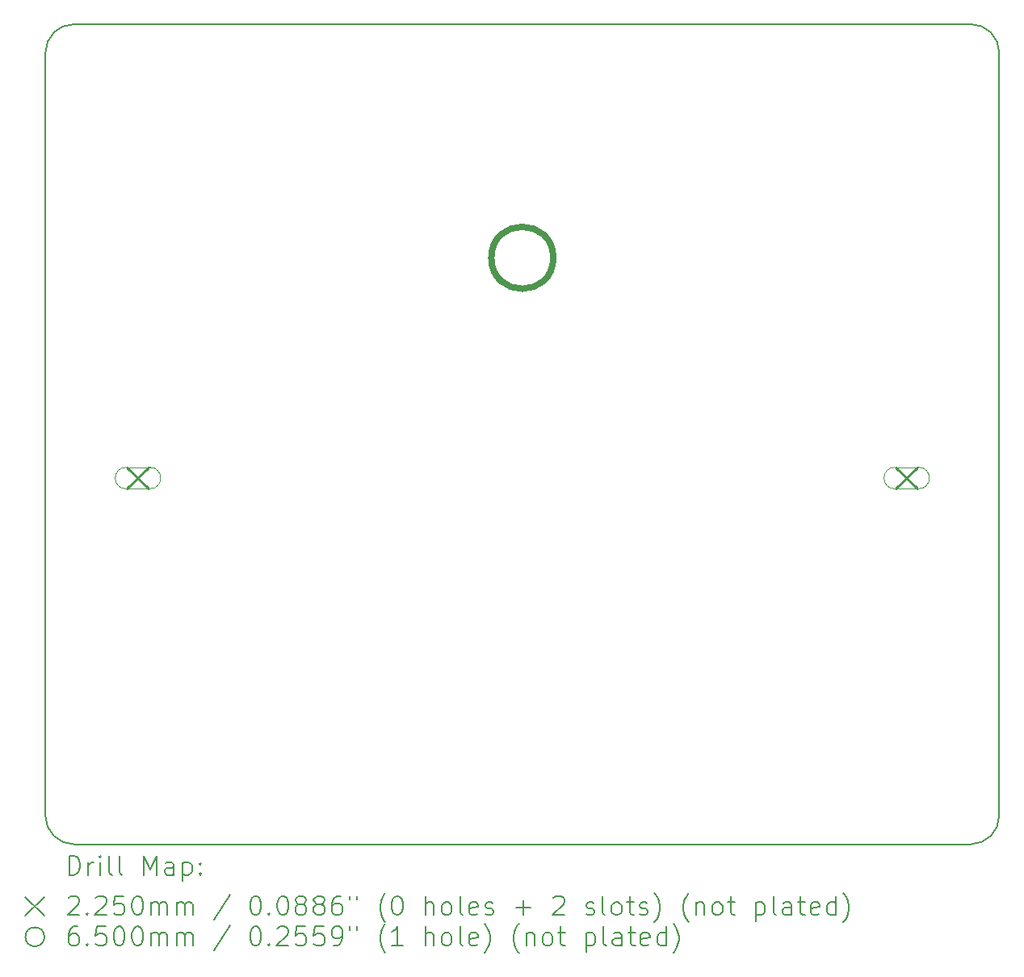
<source format=gbr>
%TF.GenerationSoftware,KiCad,Pcbnew,9.0.1-9.0.1-0~ubuntu22.04.1*%
%TF.CreationDate,2025-04-10T12:53:55-07:00*%
%TF.ProjectId,kicad_port,6b696361-645f-4706-9f72-742e6b696361,rev?*%
%TF.SameCoordinates,Original*%
%TF.FileFunction,Drillmap*%
%TF.FilePolarity,Positive*%
%FSLAX45Y45*%
G04 Gerber Fmt 4.5, Leading zero omitted, Abs format (unit mm)*
G04 Created by KiCad (PCBNEW 9.0.1-9.0.1-0~ubuntu22.04.1) date 2025-04-10 12:53:55*
%MOMM*%
%LPD*%
G01*
G04 APERTURE LIST*
%ADD10C,0.200000*%
%ADD11C,0.225000*%
%ADD12C,0.100000*%
%ADD13C,0.650000*%
G04 APERTURE END LIST*
D10*
X10300000Y-13600000D02*
G75*
G02*
X10000000Y-13300000I0J300000D01*
G01*
X19700000Y-5000000D02*
G75*
G02*
X20000000Y-5300000I0J-300000D01*
G01*
X20000000Y-13300000D02*
G75*
G02*
X19700000Y-13600000I-300000J0D01*
G01*
X10000000Y-5300000D02*
G75*
G02*
X10300000Y-5000000I300000J0D01*
G01*
X10300000Y-13600000D02*
X19700000Y-13600000D01*
X19700000Y-5000000D02*
X10300000Y-5000000D01*
X20000000Y-13300000D02*
X20000000Y-5300000D01*
X10000000Y-13300000D02*
X10000000Y-5300000D01*
D11*
X10857500Y-9647500D02*
X11082500Y-9872500D01*
X11082500Y-9647500D02*
X10857500Y-9872500D01*
D12*
X10845000Y-9872500D02*
X11095000Y-9872500D01*
X11095000Y-9647500D02*
G75*
G02*
X11095000Y-9872500I0J-112500D01*
G01*
X11095000Y-9647500D02*
X10845000Y-9647500D01*
X10845000Y-9647500D02*
G75*
G03*
X10845000Y-9872500I0J-112500D01*
G01*
D11*
X18917500Y-9647500D02*
X19142500Y-9872500D01*
X19142500Y-9647500D02*
X18917500Y-9872500D01*
D12*
X18905000Y-9872500D02*
X19155000Y-9872500D01*
X19155000Y-9647500D02*
G75*
G02*
X19155000Y-9872500I0J-112500D01*
G01*
X19155000Y-9647500D02*
X18905000Y-9647500D01*
X18905000Y-9647500D02*
G75*
G03*
X18905000Y-9872500I0J-112500D01*
G01*
D13*
X15325000Y-7450000D02*
G75*
G02*
X14675000Y-7450000I-325000J0D01*
G01*
X14675000Y-7450000D02*
G75*
G02*
X15325000Y-7450000I325000J0D01*
G01*
D10*
X10250777Y-13921484D02*
X10250777Y-13721484D01*
X10250777Y-13721484D02*
X10298396Y-13721484D01*
X10298396Y-13721484D02*
X10326967Y-13731008D01*
X10326967Y-13731008D02*
X10346015Y-13750055D01*
X10346015Y-13750055D02*
X10355539Y-13769103D01*
X10355539Y-13769103D02*
X10365063Y-13807198D01*
X10365063Y-13807198D02*
X10365063Y-13835769D01*
X10365063Y-13835769D02*
X10355539Y-13873865D01*
X10355539Y-13873865D02*
X10346015Y-13892912D01*
X10346015Y-13892912D02*
X10326967Y-13911960D01*
X10326967Y-13911960D02*
X10298396Y-13921484D01*
X10298396Y-13921484D02*
X10250777Y-13921484D01*
X10450777Y-13921484D02*
X10450777Y-13788150D01*
X10450777Y-13826246D02*
X10460301Y-13807198D01*
X10460301Y-13807198D02*
X10469824Y-13797674D01*
X10469824Y-13797674D02*
X10488872Y-13788150D01*
X10488872Y-13788150D02*
X10507920Y-13788150D01*
X10574586Y-13921484D02*
X10574586Y-13788150D01*
X10574586Y-13721484D02*
X10565063Y-13731008D01*
X10565063Y-13731008D02*
X10574586Y-13740531D01*
X10574586Y-13740531D02*
X10584110Y-13731008D01*
X10584110Y-13731008D02*
X10574586Y-13721484D01*
X10574586Y-13721484D02*
X10574586Y-13740531D01*
X10698396Y-13921484D02*
X10679348Y-13911960D01*
X10679348Y-13911960D02*
X10669824Y-13892912D01*
X10669824Y-13892912D02*
X10669824Y-13721484D01*
X10803158Y-13921484D02*
X10784110Y-13911960D01*
X10784110Y-13911960D02*
X10774586Y-13892912D01*
X10774586Y-13892912D02*
X10774586Y-13721484D01*
X11031729Y-13921484D02*
X11031729Y-13721484D01*
X11031729Y-13721484D02*
X11098396Y-13864341D01*
X11098396Y-13864341D02*
X11165063Y-13721484D01*
X11165063Y-13721484D02*
X11165063Y-13921484D01*
X11346015Y-13921484D02*
X11346015Y-13816722D01*
X11346015Y-13816722D02*
X11336491Y-13797674D01*
X11336491Y-13797674D02*
X11317443Y-13788150D01*
X11317443Y-13788150D02*
X11279348Y-13788150D01*
X11279348Y-13788150D02*
X11260301Y-13797674D01*
X11346015Y-13911960D02*
X11326967Y-13921484D01*
X11326967Y-13921484D02*
X11279348Y-13921484D01*
X11279348Y-13921484D02*
X11260301Y-13911960D01*
X11260301Y-13911960D02*
X11250777Y-13892912D01*
X11250777Y-13892912D02*
X11250777Y-13873865D01*
X11250777Y-13873865D02*
X11260301Y-13854817D01*
X11260301Y-13854817D02*
X11279348Y-13845293D01*
X11279348Y-13845293D02*
X11326967Y-13845293D01*
X11326967Y-13845293D02*
X11346015Y-13835769D01*
X11441253Y-13788150D02*
X11441253Y-13988150D01*
X11441253Y-13797674D02*
X11460301Y-13788150D01*
X11460301Y-13788150D02*
X11498396Y-13788150D01*
X11498396Y-13788150D02*
X11517443Y-13797674D01*
X11517443Y-13797674D02*
X11526967Y-13807198D01*
X11526967Y-13807198D02*
X11536491Y-13826246D01*
X11536491Y-13826246D02*
X11536491Y-13883388D01*
X11536491Y-13883388D02*
X11526967Y-13902436D01*
X11526967Y-13902436D02*
X11517443Y-13911960D01*
X11517443Y-13911960D02*
X11498396Y-13921484D01*
X11498396Y-13921484D02*
X11460301Y-13921484D01*
X11460301Y-13921484D02*
X11441253Y-13911960D01*
X11622205Y-13902436D02*
X11631729Y-13911960D01*
X11631729Y-13911960D02*
X11622205Y-13921484D01*
X11622205Y-13921484D02*
X11612682Y-13911960D01*
X11612682Y-13911960D02*
X11622205Y-13902436D01*
X11622205Y-13902436D02*
X11622205Y-13921484D01*
X11622205Y-13797674D02*
X11631729Y-13807198D01*
X11631729Y-13807198D02*
X11622205Y-13816722D01*
X11622205Y-13816722D02*
X11612682Y-13807198D01*
X11612682Y-13807198D02*
X11622205Y-13797674D01*
X11622205Y-13797674D02*
X11622205Y-13816722D01*
X9790000Y-14150000D02*
X9990000Y-14350000D01*
X9990000Y-14150000D02*
X9790000Y-14350000D01*
X10241253Y-14160531D02*
X10250777Y-14151008D01*
X10250777Y-14151008D02*
X10269824Y-14141484D01*
X10269824Y-14141484D02*
X10317444Y-14141484D01*
X10317444Y-14141484D02*
X10336491Y-14151008D01*
X10336491Y-14151008D02*
X10346015Y-14160531D01*
X10346015Y-14160531D02*
X10355539Y-14179579D01*
X10355539Y-14179579D02*
X10355539Y-14198627D01*
X10355539Y-14198627D02*
X10346015Y-14227198D01*
X10346015Y-14227198D02*
X10231729Y-14341484D01*
X10231729Y-14341484D02*
X10355539Y-14341484D01*
X10441253Y-14322436D02*
X10450777Y-14331960D01*
X10450777Y-14331960D02*
X10441253Y-14341484D01*
X10441253Y-14341484D02*
X10431729Y-14331960D01*
X10431729Y-14331960D02*
X10441253Y-14322436D01*
X10441253Y-14322436D02*
X10441253Y-14341484D01*
X10526967Y-14160531D02*
X10536491Y-14151008D01*
X10536491Y-14151008D02*
X10555539Y-14141484D01*
X10555539Y-14141484D02*
X10603158Y-14141484D01*
X10603158Y-14141484D02*
X10622205Y-14151008D01*
X10622205Y-14151008D02*
X10631729Y-14160531D01*
X10631729Y-14160531D02*
X10641253Y-14179579D01*
X10641253Y-14179579D02*
X10641253Y-14198627D01*
X10641253Y-14198627D02*
X10631729Y-14227198D01*
X10631729Y-14227198D02*
X10517444Y-14341484D01*
X10517444Y-14341484D02*
X10641253Y-14341484D01*
X10822205Y-14141484D02*
X10726967Y-14141484D01*
X10726967Y-14141484D02*
X10717444Y-14236722D01*
X10717444Y-14236722D02*
X10726967Y-14227198D01*
X10726967Y-14227198D02*
X10746015Y-14217674D01*
X10746015Y-14217674D02*
X10793634Y-14217674D01*
X10793634Y-14217674D02*
X10812682Y-14227198D01*
X10812682Y-14227198D02*
X10822205Y-14236722D01*
X10822205Y-14236722D02*
X10831729Y-14255769D01*
X10831729Y-14255769D02*
X10831729Y-14303388D01*
X10831729Y-14303388D02*
X10822205Y-14322436D01*
X10822205Y-14322436D02*
X10812682Y-14331960D01*
X10812682Y-14331960D02*
X10793634Y-14341484D01*
X10793634Y-14341484D02*
X10746015Y-14341484D01*
X10746015Y-14341484D02*
X10726967Y-14331960D01*
X10726967Y-14331960D02*
X10717444Y-14322436D01*
X10955539Y-14141484D02*
X10974586Y-14141484D01*
X10974586Y-14141484D02*
X10993634Y-14151008D01*
X10993634Y-14151008D02*
X11003158Y-14160531D01*
X11003158Y-14160531D02*
X11012682Y-14179579D01*
X11012682Y-14179579D02*
X11022205Y-14217674D01*
X11022205Y-14217674D02*
X11022205Y-14265293D01*
X11022205Y-14265293D02*
X11012682Y-14303388D01*
X11012682Y-14303388D02*
X11003158Y-14322436D01*
X11003158Y-14322436D02*
X10993634Y-14331960D01*
X10993634Y-14331960D02*
X10974586Y-14341484D01*
X10974586Y-14341484D02*
X10955539Y-14341484D01*
X10955539Y-14341484D02*
X10936491Y-14331960D01*
X10936491Y-14331960D02*
X10926967Y-14322436D01*
X10926967Y-14322436D02*
X10917444Y-14303388D01*
X10917444Y-14303388D02*
X10907920Y-14265293D01*
X10907920Y-14265293D02*
X10907920Y-14217674D01*
X10907920Y-14217674D02*
X10917444Y-14179579D01*
X10917444Y-14179579D02*
X10926967Y-14160531D01*
X10926967Y-14160531D02*
X10936491Y-14151008D01*
X10936491Y-14151008D02*
X10955539Y-14141484D01*
X11107920Y-14341484D02*
X11107920Y-14208150D01*
X11107920Y-14227198D02*
X11117444Y-14217674D01*
X11117444Y-14217674D02*
X11136491Y-14208150D01*
X11136491Y-14208150D02*
X11165063Y-14208150D01*
X11165063Y-14208150D02*
X11184110Y-14217674D01*
X11184110Y-14217674D02*
X11193634Y-14236722D01*
X11193634Y-14236722D02*
X11193634Y-14341484D01*
X11193634Y-14236722D02*
X11203158Y-14217674D01*
X11203158Y-14217674D02*
X11222205Y-14208150D01*
X11222205Y-14208150D02*
X11250777Y-14208150D01*
X11250777Y-14208150D02*
X11269824Y-14217674D01*
X11269824Y-14217674D02*
X11279348Y-14236722D01*
X11279348Y-14236722D02*
X11279348Y-14341484D01*
X11374586Y-14341484D02*
X11374586Y-14208150D01*
X11374586Y-14227198D02*
X11384110Y-14217674D01*
X11384110Y-14217674D02*
X11403158Y-14208150D01*
X11403158Y-14208150D02*
X11431729Y-14208150D01*
X11431729Y-14208150D02*
X11450777Y-14217674D01*
X11450777Y-14217674D02*
X11460301Y-14236722D01*
X11460301Y-14236722D02*
X11460301Y-14341484D01*
X11460301Y-14236722D02*
X11469824Y-14217674D01*
X11469824Y-14217674D02*
X11488872Y-14208150D01*
X11488872Y-14208150D02*
X11517443Y-14208150D01*
X11517443Y-14208150D02*
X11536491Y-14217674D01*
X11536491Y-14217674D02*
X11546015Y-14236722D01*
X11546015Y-14236722D02*
X11546015Y-14341484D01*
X11936491Y-14131960D02*
X11765063Y-14389103D01*
X12193634Y-14141484D02*
X12212682Y-14141484D01*
X12212682Y-14141484D02*
X12231729Y-14151008D01*
X12231729Y-14151008D02*
X12241253Y-14160531D01*
X12241253Y-14160531D02*
X12250777Y-14179579D01*
X12250777Y-14179579D02*
X12260301Y-14217674D01*
X12260301Y-14217674D02*
X12260301Y-14265293D01*
X12260301Y-14265293D02*
X12250777Y-14303388D01*
X12250777Y-14303388D02*
X12241253Y-14322436D01*
X12241253Y-14322436D02*
X12231729Y-14331960D01*
X12231729Y-14331960D02*
X12212682Y-14341484D01*
X12212682Y-14341484D02*
X12193634Y-14341484D01*
X12193634Y-14341484D02*
X12174586Y-14331960D01*
X12174586Y-14331960D02*
X12165063Y-14322436D01*
X12165063Y-14322436D02*
X12155539Y-14303388D01*
X12155539Y-14303388D02*
X12146015Y-14265293D01*
X12146015Y-14265293D02*
X12146015Y-14217674D01*
X12146015Y-14217674D02*
X12155539Y-14179579D01*
X12155539Y-14179579D02*
X12165063Y-14160531D01*
X12165063Y-14160531D02*
X12174586Y-14151008D01*
X12174586Y-14151008D02*
X12193634Y-14141484D01*
X12346015Y-14322436D02*
X12355539Y-14331960D01*
X12355539Y-14331960D02*
X12346015Y-14341484D01*
X12346015Y-14341484D02*
X12336491Y-14331960D01*
X12336491Y-14331960D02*
X12346015Y-14322436D01*
X12346015Y-14322436D02*
X12346015Y-14341484D01*
X12479348Y-14141484D02*
X12498396Y-14141484D01*
X12498396Y-14141484D02*
X12517444Y-14151008D01*
X12517444Y-14151008D02*
X12526967Y-14160531D01*
X12526967Y-14160531D02*
X12536491Y-14179579D01*
X12536491Y-14179579D02*
X12546015Y-14217674D01*
X12546015Y-14217674D02*
X12546015Y-14265293D01*
X12546015Y-14265293D02*
X12536491Y-14303388D01*
X12536491Y-14303388D02*
X12526967Y-14322436D01*
X12526967Y-14322436D02*
X12517444Y-14331960D01*
X12517444Y-14331960D02*
X12498396Y-14341484D01*
X12498396Y-14341484D02*
X12479348Y-14341484D01*
X12479348Y-14341484D02*
X12460301Y-14331960D01*
X12460301Y-14331960D02*
X12450777Y-14322436D01*
X12450777Y-14322436D02*
X12441253Y-14303388D01*
X12441253Y-14303388D02*
X12431729Y-14265293D01*
X12431729Y-14265293D02*
X12431729Y-14217674D01*
X12431729Y-14217674D02*
X12441253Y-14179579D01*
X12441253Y-14179579D02*
X12450777Y-14160531D01*
X12450777Y-14160531D02*
X12460301Y-14151008D01*
X12460301Y-14151008D02*
X12479348Y-14141484D01*
X12660301Y-14227198D02*
X12641253Y-14217674D01*
X12641253Y-14217674D02*
X12631729Y-14208150D01*
X12631729Y-14208150D02*
X12622206Y-14189103D01*
X12622206Y-14189103D02*
X12622206Y-14179579D01*
X12622206Y-14179579D02*
X12631729Y-14160531D01*
X12631729Y-14160531D02*
X12641253Y-14151008D01*
X12641253Y-14151008D02*
X12660301Y-14141484D01*
X12660301Y-14141484D02*
X12698396Y-14141484D01*
X12698396Y-14141484D02*
X12717444Y-14151008D01*
X12717444Y-14151008D02*
X12726967Y-14160531D01*
X12726967Y-14160531D02*
X12736491Y-14179579D01*
X12736491Y-14179579D02*
X12736491Y-14189103D01*
X12736491Y-14189103D02*
X12726967Y-14208150D01*
X12726967Y-14208150D02*
X12717444Y-14217674D01*
X12717444Y-14217674D02*
X12698396Y-14227198D01*
X12698396Y-14227198D02*
X12660301Y-14227198D01*
X12660301Y-14227198D02*
X12641253Y-14236722D01*
X12641253Y-14236722D02*
X12631729Y-14246246D01*
X12631729Y-14246246D02*
X12622206Y-14265293D01*
X12622206Y-14265293D02*
X12622206Y-14303388D01*
X12622206Y-14303388D02*
X12631729Y-14322436D01*
X12631729Y-14322436D02*
X12641253Y-14331960D01*
X12641253Y-14331960D02*
X12660301Y-14341484D01*
X12660301Y-14341484D02*
X12698396Y-14341484D01*
X12698396Y-14341484D02*
X12717444Y-14331960D01*
X12717444Y-14331960D02*
X12726967Y-14322436D01*
X12726967Y-14322436D02*
X12736491Y-14303388D01*
X12736491Y-14303388D02*
X12736491Y-14265293D01*
X12736491Y-14265293D02*
X12726967Y-14246246D01*
X12726967Y-14246246D02*
X12717444Y-14236722D01*
X12717444Y-14236722D02*
X12698396Y-14227198D01*
X12850777Y-14227198D02*
X12831729Y-14217674D01*
X12831729Y-14217674D02*
X12822206Y-14208150D01*
X12822206Y-14208150D02*
X12812682Y-14189103D01*
X12812682Y-14189103D02*
X12812682Y-14179579D01*
X12812682Y-14179579D02*
X12822206Y-14160531D01*
X12822206Y-14160531D02*
X12831729Y-14151008D01*
X12831729Y-14151008D02*
X12850777Y-14141484D01*
X12850777Y-14141484D02*
X12888872Y-14141484D01*
X12888872Y-14141484D02*
X12907920Y-14151008D01*
X12907920Y-14151008D02*
X12917444Y-14160531D01*
X12917444Y-14160531D02*
X12926967Y-14179579D01*
X12926967Y-14179579D02*
X12926967Y-14189103D01*
X12926967Y-14189103D02*
X12917444Y-14208150D01*
X12917444Y-14208150D02*
X12907920Y-14217674D01*
X12907920Y-14217674D02*
X12888872Y-14227198D01*
X12888872Y-14227198D02*
X12850777Y-14227198D01*
X12850777Y-14227198D02*
X12831729Y-14236722D01*
X12831729Y-14236722D02*
X12822206Y-14246246D01*
X12822206Y-14246246D02*
X12812682Y-14265293D01*
X12812682Y-14265293D02*
X12812682Y-14303388D01*
X12812682Y-14303388D02*
X12822206Y-14322436D01*
X12822206Y-14322436D02*
X12831729Y-14331960D01*
X12831729Y-14331960D02*
X12850777Y-14341484D01*
X12850777Y-14341484D02*
X12888872Y-14341484D01*
X12888872Y-14341484D02*
X12907920Y-14331960D01*
X12907920Y-14331960D02*
X12917444Y-14322436D01*
X12917444Y-14322436D02*
X12926967Y-14303388D01*
X12926967Y-14303388D02*
X12926967Y-14265293D01*
X12926967Y-14265293D02*
X12917444Y-14246246D01*
X12917444Y-14246246D02*
X12907920Y-14236722D01*
X12907920Y-14236722D02*
X12888872Y-14227198D01*
X13098396Y-14141484D02*
X13060301Y-14141484D01*
X13060301Y-14141484D02*
X13041253Y-14151008D01*
X13041253Y-14151008D02*
X13031729Y-14160531D01*
X13031729Y-14160531D02*
X13012682Y-14189103D01*
X13012682Y-14189103D02*
X13003158Y-14227198D01*
X13003158Y-14227198D02*
X13003158Y-14303388D01*
X13003158Y-14303388D02*
X13012682Y-14322436D01*
X13012682Y-14322436D02*
X13022206Y-14331960D01*
X13022206Y-14331960D02*
X13041253Y-14341484D01*
X13041253Y-14341484D02*
X13079348Y-14341484D01*
X13079348Y-14341484D02*
X13098396Y-14331960D01*
X13098396Y-14331960D02*
X13107920Y-14322436D01*
X13107920Y-14322436D02*
X13117444Y-14303388D01*
X13117444Y-14303388D02*
X13117444Y-14255769D01*
X13117444Y-14255769D02*
X13107920Y-14236722D01*
X13107920Y-14236722D02*
X13098396Y-14227198D01*
X13098396Y-14227198D02*
X13079348Y-14217674D01*
X13079348Y-14217674D02*
X13041253Y-14217674D01*
X13041253Y-14217674D02*
X13022206Y-14227198D01*
X13022206Y-14227198D02*
X13012682Y-14236722D01*
X13012682Y-14236722D02*
X13003158Y-14255769D01*
X13193634Y-14141484D02*
X13193634Y-14179579D01*
X13269825Y-14141484D02*
X13269825Y-14179579D01*
X13565063Y-14417674D02*
X13555539Y-14408150D01*
X13555539Y-14408150D02*
X13536491Y-14379579D01*
X13536491Y-14379579D02*
X13526968Y-14360531D01*
X13526968Y-14360531D02*
X13517444Y-14331960D01*
X13517444Y-14331960D02*
X13507920Y-14284341D01*
X13507920Y-14284341D02*
X13507920Y-14246246D01*
X13507920Y-14246246D02*
X13517444Y-14198627D01*
X13517444Y-14198627D02*
X13526968Y-14170055D01*
X13526968Y-14170055D02*
X13536491Y-14151008D01*
X13536491Y-14151008D02*
X13555539Y-14122436D01*
X13555539Y-14122436D02*
X13565063Y-14112912D01*
X13679348Y-14141484D02*
X13698396Y-14141484D01*
X13698396Y-14141484D02*
X13717444Y-14151008D01*
X13717444Y-14151008D02*
X13726968Y-14160531D01*
X13726968Y-14160531D02*
X13736491Y-14179579D01*
X13736491Y-14179579D02*
X13746015Y-14217674D01*
X13746015Y-14217674D02*
X13746015Y-14265293D01*
X13746015Y-14265293D02*
X13736491Y-14303388D01*
X13736491Y-14303388D02*
X13726968Y-14322436D01*
X13726968Y-14322436D02*
X13717444Y-14331960D01*
X13717444Y-14331960D02*
X13698396Y-14341484D01*
X13698396Y-14341484D02*
X13679348Y-14341484D01*
X13679348Y-14341484D02*
X13660301Y-14331960D01*
X13660301Y-14331960D02*
X13650777Y-14322436D01*
X13650777Y-14322436D02*
X13641253Y-14303388D01*
X13641253Y-14303388D02*
X13631729Y-14265293D01*
X13631729Y-14265293D02*
X13631729Y-14217674D01*
X13631729Y-14217674D02*
X13641253Y-14179579D01*
X13641253Y-14179579D02*
X13650777Y-14160531D01*
X13650777Y-14160531D02*
X13660301Y-14151008D01*
X13660301Y-14151008D02*
X13679348Y-14141484D01*
X13984110Y-14341484D02*
X13984110Y-14141484D01*
X14069825Y-14341484D02*
X14069825Y-14236722D01*
X14069825Y-14236722D02*
X14060301Y-14217674D01*
X14060301Y-14217674D02*
X14041253Y-14208150D01*
X14041253Y-14208150D02*
X14012682Y-14208150D01*
X14012682Y-14208150D02*
X13993634Y-14217674D01*
X13993634Y-14217674D02*
X13984110Y-14227198D01*
X14193634Y-14341484D02*
X14174587Y-14331960D01*
X14174587Y-14331960D02*
X14165063Y-14322436D01*
X14165063Y-14322436D02*
X14155539Y-14303388D01*
X14155539Y-14303388D02*
X14155539Y-14246246D01*
X14155539Y-14246246D02*
X14165063Y-14227198D01*
X14165063Y-14227198D02*
X14174587Y-14217674D01*
X14174587Y-14217674D02*
X14193634Y-14208150D01*
X14193634Y-14208150D02*
X14222206Y-14208150D01*
X14222206Y-14208150D02*
X14241253Y-14217674D01*
X14241253Y-14217674D02*
X14250777Y-14227198D01*
X14250777Y-14227198D02*
X14260301Y-14246246D01*
X14260301Y-14246246D02*
X14260301Y-14303388D01*
X14260301Y-14303388D02*
X14250777Y-14322436D01*
X14250777Y-14322436D02*
X14241253Y-14331960D01*
X14241253Y-14331960D02*
X14222206Y-14341484D01*
X14222206Y-14341484D02*
X14193634Y-14341484D01*
X14374587Y-14341484D02*
X14355539Y-14331960D01*
X14355539Y-14331960D02*
X14346015Y-14312912D01*
X14346015Y-14312912D02*
X14346015Y-14141484D01*
X14526968Y-14331960D02*
X14507920Y-14341484D01*
X14507920Y-14341484D02*
X14469825Y-14341484D01*
X14469825Y-14341484D02*
X14450777Y-14331960D01*
X14450777Y-14331960D02*
X14441253Y-14312912D01*
X14441253Y-14312912D02*
X14441253Y-14236722D01*
X14441253Y-14236722D02*
X14450777Y-14217674D01*
X14450777Y-14217674D02*
X14469825Y-14208150D01*
X14469825Y-14208150D02*
X14507920Y-14208150D01*
X14507920Y-14208150D02*
X14526968Y-14217674D01*
X14526968Y-14217674D02*
X14536491Y-14236722D01*
X14536491Y-14236722D02*
X14536491Y-14255769D01*
X14536491Y-14255769D02*
X14441253Y-14274817D01*
X14612682Y-14331960D02*
X14631730Y-14341484D01*
X14631730Y-14341484D02*
X14669825Y-14341484D01*
X14669825Y-14341484D02*
X14688872Y-14331960D01*
X14688872Y-14331960D02*
X14698396Y-14312912D01*
X14698396Y-14312912D02*
X14698396Y-14303388D01*
X14698396Y-14303388D02*
X14688872Y-14284341D01*
X14688872Y-14284341D02*
X14669825Y-14274817D01*
X14669825Y-14274817D02*
X14641253Y-14274817D01*
X14641253Y-14274817D02*
X14622206Y-14265293D01*
X14622206Y-14265293D02*
X14612682Y-14246246D01*
X14612682Y-14246246D02*
X14612682Y-14236722D01*
X14612682Y-14236722D02*
X14622206Y-14217674D01*
X14622206Y-14217674D02*
X14641253Y-14208150D01*
X14641253Y-14208150D02*
X14669825Y-14208150D01*
X14669825Y-14208150D02*
X14688872Y-14217674D01*
X14936492Y-14265293D02*
X15088873Y-14265293D01*
X15012682Y-14341484D02*
X15012682Y-14189103D01*
X15326968Y-14160531D02*
X15336492Y-14151008D01*
X15336492Y-14151008D02*
X15355539Y-14141484D01*
X15355539Y-14141484D02*
X15403158Y-14141484D01*
X15403158Y-14141484D02*
X15422206Y-14151008D01*
X15422206Y-14151008D02*
X15431730Y-14160531D01*
X15431730Y-14160531D02*
X15441253Y-14179579D01*
X15441253Y-14179579D02*
X15441253Y-14198627D01*
X15441253Y-14198627D02*
X15431730Y-14227198D01*
X15431730Y-14227198D02*
X15317444Y-14341484D01*
X15317444Y-14341484D02*
X15441253Y-14341484D01*
X15669825Y-14331960D02*
X15688873Y-14341484D01*
X15688873Y-14341484D02*
X15726968Y-14341484D01*
X15726968Y-14341484D02*
X15746015Y-14331960D01*
X15746015Y-14331960D02*
X15755539Y-14312912D01*
X15755539Y-14312912D02*
X15755539Y-14303388D01*
X15755539Y-14303388D02*
X15746015Y-14284341D01*
X15746015Y-14284341D02*
X15726968Y-14274817D01*
X15726968Y-14274817D02*
X15698396Y-14274817D01*
X15698396Y-14274817D02*
X15679349Y-14265293D01*
X15679349Y-14265293D02*
X15669825Y-14246246D01*
X15669825Y-14246246D02*
X15669825Y-14236722D01*
X15669825Y-14236722D02*
X15679349Y-14217674D01*
X15679349Y-14217674D02*
X15698396Y-14208150D01*
X15698396Y-14208150D02*
X15726968Y-14208150D01*
X15726968Y-14208150D02*
X15746015Y-14217674D01*
X15869825Y-14341484D02*
X15850777Y-14331960D01*
X15850777Y-14331960D02*
X15841254Y-14312912D01*
X15841254Y-14312912D02*
X15841254Y-14141484D01*
X15974587Y-14341484D02*
X15955539Y-14331960D01*
X15955539Y-14331960D02*
X15946015Y-14322436D01*
X15946015Y-14322436D02*
X15936492Y-14303388D01*
X15936492Y-14303388D02*
X15936492Y-14246246D01*
X15936492Y-14246246D02*
X15946015Y-14227198D01*
X15946015Y-14227198D02*
X15955539Y-14217674D01*
X15955539Y-14217674D02*
X15974587Y-14208150D01*
X15974587Y-14208150D02*
X16003158Y-14208150D01*
X16003158Y-14208150D02*
X16022206Y-14217674D01*
X16022206Y-14217674D02*
X16031730Y-14227198D01*
X16031730Y-14227198D02*
X16041254Y-14246246D01*
X16041254Y-14246246D02*
X16041254Y-14303388D01*
X16041254Y-14303388D02*
X16031730Y-14322436D01*
X16031730Y-14322436D02*
X16022206Y-14331960D01*
X16022206Y-14331960D02*
X16003158Y-14341484D01*
X16003158Y-14341484D02*
X15974587Y-14341484D01*
X16098396Y-14208150D02*
X16174587Y-14208150D01*
X16126968Y-14141484D02*
X16126968Y-14312912D01*
X16126968Y-14312912D02*
X16136492Y-14331960D01*
X16136492Y-14331960D02*
X16155539Y-14341484D01*
X16155539Y-14341484D02*
X16174587Y-14341484D01*
X16231730Y-14331960D02*
X16250777Y-14341484D01*
X16250777Y-14341484D02*
X16288873Y-14341484D01*
X16288873Y-14341484D02*
X16307920Y-14331960D01*
X16307920Y-14331960D02*
X16317444Y-14312912D01*
X16317444Y-14312912D02*
X16317444Y-14303388D01*
X16317444Y-14303388D02*
X16307920Y-14284341D01*
X16307920Y-14284341D02*
X16288873Y-14274817D01*
X16288873Y-14274817D02*
X16260301Y-14274817D01*
X16260301Y-14274817D02*
X16241254Y-14265293D01*
X16241254Y-14265293D02*
X16231730Y-14246246D01*
X16231730Y-14246246D02*
X16231730Y-14236722D01*
X16231730Y-14236722D02*
X16241254Y-14217674D01*
X16241254Y-14217674D02*
X16260301Y-14208150D01*
X16260301Y-14208150D02*
X16288873Y-14208150D01*
X16288873Y-14208150D02*
X16307920Y-14217674D01*
X16384111Y-14417674D02*
X16393635Y-14408150D01*
X16393635Y-14408150D02*
X16412682Y-14379579D01*
X16412682Y-14379579D02*
X16422206Y-14360531D01*
X16422206Y-14360531D02*
X16431730Y-14331960D01*
X16431730Y-14331960D02*
X16441254Y-14284341D01*
X16441254Y-14284341D02*
X16441254Y-14246246D01*
X16441254Y-14246246D02*
X16431730Y-14198627D01*
X16431730Y-14198627D02*
X16422206Y-14170055D01*
X16422206Y-14170055D02*
X16412682Y-14151008D01*
X16412682Y-14151008D02*
X16393635Y-14122436D01*
X16393635Y-14122436D02*
X16384111Y-14112912D01*
X16746016Y-14417674D02*
X16736492Y-14408150D01*
X16736492Y-14408150D02*
X16717444Y-14379579D01*
X16717444Y-14379579D02*
X16707920Y-14360531D01*
X16707920Y-14360531D02*
X16698396Y-14331960D01*
X16698396Y-14331960D02*
X16688873Y-14284341D01*
X16688873Y-14284341D02*
X16688873Y-14246246D01*
X16688873Y-14246246D02*
X16698396Y-14198627D01*
X16698396Y-14198627D02*
X16707920Y-14170055D01*
X16707920Y-14170055D02*
X16717444Y-14151008D01*
X16717444Y-14151008D02*
X16736492Y-14122436D01*
X16736492Y-14122436D02*
X16746016Y-14112912D01*
X16822206Y-14208150D02*
X16822206Y-14341484D01*
X16822206Y-14227198D02*
X16831730Y-14217674D01*
X16831730Y-14217674D02*
X16850777Y-14208150D01*
X16850777Y-14208150D02*
X16879349Y-14208150D01*
X16879349Y-14208150D02*
X16898397Y-14217674D01*
X16898397Y-14217674D02*
X16907920Y-14236722D01*
X16907920Y-14236722D02*
X16907920Y-14341484D01*
X17031730Y-14341484D02*
X17012682Y-14331960D01*
X17012682Y-14331960D02*
X17003158Y-14322436D01*
X17003158Y-14322436D02*
X16993635Y-14303388D01*
X16993635Y-14303388D02*
X16993635Y-14246246D01*
X16993635Y-14246246D02*
X17003158Y-14227198D01*
X17003158Y-14227198D02*
X17012682Y-14217674D01*
X17012682Y-14217674D02*
X17031730Y-14208150D01*
X17031730Y-14208150D02*
X17060301Y-14208150D01*
X17060301Y-14208150D02*
X17079349Y-14217674D01*
X17079349Y-14217674D02*
X17088873Y-14227198D01*
X17088873Y-14227198D02*
X17098397Y-14246246D01*
X17098397Y-14246246D02*
X17098397Y-14303388D01*
X17098397Y-14303388D02*
X17088873Y-14322436D01*
X17088873Y-14322436D02*
X17079349Y-14331960D01*
X17079349Y-14331960D02*
X17060301Y-14341484D01*
X17060301Y-14341484D02*
X17031730Y-14341484D01*
X17155539Y-14208150D02*
X17231730Y-14208150D01*
X17184111Y-14141484D02*
X17184111Y-14312912D01*
X17184111Y-14312912D02*
X17193635Y-14331960D01*
X17193635Y-14331960D02*
X17212682Y-14341484D01*
X17212682Y-14341484D02*
X17231730Y-14341484D01*
X17450778Y-14208150D02*
X17450778Y-14408150D01*
X17450778Y-14217674D02*
X17469825Y-14208150D01*
X17469825Y-14208150D02*
X17507920Y-14208150D01*
X17507920Y-14208150D02*
X17526968Y-14217674D01*
X17526968Y-14217674D02*
X17536492Y-14227198D01*
X17536492Y-14227198D02*
X17546016Y-14246246D01*
X17546016Y-14246246D02*
X17546016Y-14303388D01*
X17546016Y-14303388D02*
X17536492Y-14322436D01*
X17536492Y-14322436D02*
X17526968Y-14331960D01*
X17526968Y-14331960D02*
X17507920Y-14341484D01*
X17507920Y-14341484D02*
X17469825Y-14341484D01*
X17469825Y-14341484D02*
X17450778Y-14331960D01*
X17660301Y-14341484D02*
X17641254Y-14331960D01*
X17641254Y-14331960D02*
X17631730Y-14312912D01*
X17631730Y-14312912D02*
X17631730Y-14141484D01*
X17822206Y-14341484D02*
X17822206Y-14236722D01*
X17822206Y-14236722D02*
X17812682Y-14217674D01*
X17812682Y-14217674D02*
X17793635Y-14208150D01*
X17793635Y-14208150D02*
X17755539Y-14208150D01*
X17755539Y-14208150D02*
X17736492Y-14217674D01*
X17822206Y-14331960D02*
X17803159Y-14341484D01*
X17803159Y-14341484D02*
X17755539Y-14341484D01*
X17755539Y-14341484D02*
X17736492Y-14331960D01*
X17736492Y-14331960D02*
X17726968Y-14312912D01*
X17726968Y-14312912D02*
X17726968Y-14293865D01*
X17726968Y-14293865D02*
X17736492Y-14274817D01*
X17736492Y-14274817D02*
X17755539Y-14265293D01*
X17755539Y-14265293D02*
X17803159Y-14265293D01*
X17803159Y-14265293D02*
X17822206Y-14255769D01*
X17888873Y-14208150D02*
X17965063Y-14208150D01*
X17917444Y-14141484D02*
X17917444Y-14312912D01*
X17917444Y-14312912D02*
X17926968Y-14331960D01*
X17926968Y-14331960D02*
X17946016Y-14341484D01*
X17946016Y-14341484D02*
X17965063Y-14341484D01*
X18107920Y-14331960D02*
X18088873Y-14341484D01*
X18088873Y-14341484D02*
X18050778Y-14341484D01*
X18050778Y-14341484D02*
X18031730Y-14331960D01*
X18031730Y-14331960D02*
X18022206Y-14312912D01*
X18022206Y-14312912D02*
X18022206Y-14236722D01*
X18022206Y-14236722D02*
X18031730Y-14217674D01*
X18031730Y-14217674D02*
X18050778Y-14208150D01*
X18050778Y-14208150D02*
X18088873Y-14208150D01*
X18088873Y-14208150D02*
X18107920Y-14217674D01*
X18107920Y-14217674D02*
X18117444Y-14236722D01*
X18117444Y-14236722D02*
X18117444Y-14255769D01*
X18117444Y-14255769D02*
X18022206Y-14274817D01*
X18288873Y-14341484D02*
X18288873Y-14141484D01*
X18288873Y-14331960D02*
X18269825Y-14341484D01*
X18269825Y-14341484D02*
X18231730Y-14341484D01*
X18231730Y-14341484D02*
X18212682Y-14331960D01*
X18212682Y-14331960D02*
X18203159Y-14322436D01*
X18203159Y-14322436D02*
X18193635Y-14303388D01*
X18193635Y-14303388D02*
X18193635Y-14246246D01*
X18193635Y-14246246D02*
X18203159Y-14227198D01*
X18203159Y-14227198D02*
X18212682Y-14217674D01*
X18212682Y-14217674D02*
X18231730Y-14208150D01*
X18231730Y-14208150D02*
X18269825Y-14208150D01*
X18269825Y-14208150D02*
X18288873Y-14217674D01*
X18365063Y-14417674D02*
X18374587Y-14408150D01*
X18374587Y-14408150D02*
X18393635Y-14379579D01*
X18393635Y-14379579D02*
X18403159Y-14360531D01*
X18403159Y-14360531D02*
X18412682Y-14331960D01*
X18412682Y-14331960D02*
X18422206Y-14284341D01*
X18422206Y-14284341D02*
X18422206Y-14246246D01*
X18422206Y-14246246D02*
X18412682Y-14198627D01*
X18412682Y-14198627D02*
X18403159Y-14170055D01*
X18403159Y-14170055D02*
X18393635Y-14151008D01*
X18393635Y-14151008D02*
X18374587Y-14122436D01*
X18374587Y-14122436D02*
X18365063Y-14112912D01*
X9990000Y-14570000D02*
G75*
G02*
X9790000Y-14570000I-100000J0D01*
G01*
X9790000Y-14570000D02*
G75*
G02*
X9990000Y-14570000I100000J0D01*
G01*
X10336491Y-14461484D02*
X10298396Y-14461484D01*
X10298396Y-14461484D02*
X10279348Y-14471008D01*
X10279348Y-14471008D02*
X10269824Y-14480531D01*
X10269824Y-14480531D02*
X10250777Y-14509103D01*
X10250777Y-14509103D02*
X10241253Y-14547198D01*
X10241253Y-14547198D02*
X10241253Y-14623388D01*
X10241253Y-14623388D02*
X10250777Y-14642436D01*
X10250777Y-14642436D02*
X10260301Y-14651960D01*
X10260301Y-14651960D02*
X10279348Y-14661484D01*
X10279348Y-14661484D02*
X10317444Y-14661484D01*
X10317444Y-14661484D02*
X10336491Y-14651960D01*
X10336491Y-14651960D02*
X10346015Y-14642436D01*
X10346015Y-14642436D02*
X10355539Y-14623388D01*
X10355539Y-14623388D02*
X10355539Y-14575769D01*
X10355539Y-14575769D02*
X10346015Y-14556722D01*
X10346015Y-14556722D02*
X10336491Y-14547198D01*
X10336491Y-14547198D02*
X10317444Y-14537674D01*
X10317444Y-14537674D02*
X10279348Y-14537674D01*
X10279348Y-14537674D02*
X10260301Y-14547198D01*
X10260301Y-14547198D02*
X10250777Y-14556722D01*
X10250777Y-14556722D02*
X10241253Y-14575769D01*
X10441253Y-14642436D02*
X10450777Y-14651960D01*
X10450777Y-14651960D02*
X10441253Y-14661484D01*
X10441253Y-14661484D02*
X10431729Y-14651960D01*
X10431729Y-14651960D02*
X10441253Y-14642436D01*
X10441253Y-14642436D02*
X10441253Y-14661484D01*
X10631729Y-14461484D02*
X10536491Y-14461484D01*
X10536491Y-14461484D02*
X10526967Y-14556722D01*
X10526967Y-14556722D02*
X10536491Y-14547198D01*
X10536491Y-14547198D02*
X10555539Y-14537674D01*
X10555539Y-14537674D02*
X10603158Y-14537674D01*
X10603158Y-14537674D02*
X10622205Y-14547198D01*
X10622205Y-14547198D02*
X10631729Y-14556722D01*
X10631729Y-14556722D02*
X10641253Y-14575769D01*
X10641253Y-14575769D02*
X10641253Y-14623388D01*
X10641253Y-14623388D02*
X10631729Y-14642436D01*
X10631729Y-14642436D02*
X10622205Y-14651960D01*
X10622205Y-14651960D02*
X10603158Y-14661484D01*
X10603158Y-14661484D02*
X10555539Y-14661484D01*
X10555539Y-14661484D02*
X10536491Y-14651960D01*
X10536491Y-14651960D02*
X10526967Y-14642436D01*
X10765063Y-14461484D02*
X10784110Y-14461484D01*
X10784110Y-14461484D02*
X10803158Y-14471008D01*
X10803158Y-14471008D02*
X10812682Y-14480531D01*
X10812682Y-14480531D02*
X10822205Y-14499579D01*
X10822205Y-14499579D02*
X10831729Y-14537674D01*
X10831729Y-14537674D02*
X10831729Y-14585293D01*
X10831729Y-14585293D02*
X10822205Y-14623388D01*
X10822205Y-14623388D02*
X10812682Y-14642436D01*
X10812682Y-14642436D02*
X10803158Y-14651960D01*
X10803158Y-14651960D02*
X10784110Y-14661484D01*
X10784110Y-14661484D02*
X10765063Y-14661484D01*
X10765063Y-14661484D02*
X10746015Y-14651960D01*
X10746015Y-14651960D02*
X10736491Y-14642436D01*
X10736491Y-14642436D02*
X10726967Y-14623388D01*
X10726967Y-14623388D02*
X10717444Y-14585293D01*
X10717444Y-14585293D02*
X10717444Y-14537674D01*
X10717444Y-14537674D02*
X10726967Y-14499579D01*
X10726967Y-14499579D02*
X10736491Y-14480531D01*
X10736491Y-14480531D02*
X10746015Y-14471008D01*
X10746015Y-14471008D02*
X10765063Y-14461484D01*
X10955539Y-14461484D02*
X10974586Y-14461484D01*
X10974586Y-14461484D02*
X10993634Y-14471008D01*
X10993634Y-14471008D02*
X11003158Y-14480531D01*
X11003158Y-14480531D02*
X11012682Y-14499579D01*
X11012682Y-14499579D02*
X11022205Y-14537674D01*
X11022205Y-14537674D02*
X11022205Y-14585293D01*
X11022205Y-14585293D02*
X11012682Y-14623388D01*
X11012682Y-14623388D02*
X11003158Y-14642436D01*
X11003158Y-14642436D02*
X10993634Y-14651960D01*
X10993634Y-14651960D02*
X10974586Y-14661484D01*
X10974586Y-14661484D02*
X10955539Y-14661484D01*
X10955539Y-14661484D02*
X10936491Y-14651960D01*
X10936491Y-14651960D02*
X10926967Y-14642436D01*
X10926967Y-14642436D02*
X10917444Y-14623388D01*
X10917444Y-14623388D02*
X10907920Y-14585293D01*
X10907920Y-14585293D02*
X10907920Y-14537674D01*
X10907920Y-14537674D02*
X10917444Y-14499579D01*
X10917444Y-14499579D02*
X10926967Y-14480531D01*
X10926967Y-14480531D02*
X10936491Y-14471008D01*
X10936491Y-14471008D02*
X10955539Y-14461484D01*
X11107920Y-14661484D02*
X11107920Y-14528150D01*
X11107920Y-14547198D02*
X11117444Y-14537674D01*
X11117444Y-14537674D02*
X11136491Y-14528150D01*
X11136491Y-14528150D02*
X11165063Y-14528150D01*
X11165063Y-14528150D02*
X11184110Y-14537674D01*
X11184110Y-14537674D02*
X11193634Y-14556722D01*
X11193634Y-14556722D02*
X11193634Y-14661484D01*
X11193634Y-14556722D02*
X11203158Y-14537674D01*
X11203158Y-14537674D02*
X11222205Y-14528150D01*
X11222205Y-14528150D02*
X11250777Y-14528150D01*
X11250777Y-14528150D02*
X11269824Y-14537674D01*
X11269824Y-14537674D02*
X11279348Y-14556722D01*
X11279348Y-14556722D02*
X11279348Y-14661484D01*
X11374586Y-14661484D02*
X11374586Y-14528150D01*
X11374586Y-14547198D02*
X11384110Y-14537674D01*
X11384110Y-14537674D02*
X11403158Y-14528150D01*
X11403158Y-14528150D02*
X11431729Y-14528150D01*
X11431729Y-14528150D02*
X11450777Y-14537674D01*
X11450777Y-14537674D02*
X11460301Y-14556722D01*
X11460301Y-14556722D02*
X11460301Y-14661484D01*
X11460301Y-14556722D02*
X11469824Y-14537674D01*
X11469824Y-14537674D02*
X11488872Y-14528150D01*
X11488872Y-14528150D02*
X11517443Y-14528150D01*
X11517443Y-14528150D02*
X11536491Y-14537674D01*
X11536491Y-14537674D02*
X11546015Y-14556722D01*
X11546015Y-14556722D02*
X11546015Y-14661484D01*
X11936491Y-14451960D02*
X11765063Y-14709103D01*
X12193634Y-14461484D02*
X12212682Y-14461484D01*
X12212682Y-14461484D02*
X12231729Y-14471008D01*
X12231729Y-14471008D02*
X12241253Y-14480531D01*
X12241253Y-14480531D02*
X12250777Y-14499579D01*
X12250777Y-14499579D02*
X12260301Y-14537674D01*
X12260301Y-14537674D02*
X12260301Y-14585293D01*
X12260301Y-14585293D02*
X12250777Y-14623388D01*
X12250777Y-14623388D02*
X12241253Y-14642436D01*
X12241253Y-14642436D02*
X12231729Y-14651960D01*
X12231729Y-14651960D02*
X12212682Y-14661484D01*
X12212682Y-14661484D02*
X12193634Y-14661484D01*
X12193634Y-14661484D02*
X12174586Y-14651960D01*
X12174586Y-14651960D02*
X12165063Y-14642436D01*
X12165063Y-14642436D02*
X12155539Y-14623388D01*
X12155539Y-14623388D02*
X12146015Y-14585293D01*
X12146015Y-14585293D02*
X12146015Y-14537674D01*
X12146015Y-14537674D02*
X12155539Y-14499579D01*
X12155539Y-14499579D02*
X12165063Y-14480531D01*
X12165063Y-14480531D02*
X12174586Y-14471008D01*
X12174586Y-14471008D02*
X12193634Y-14461484D01*
X12346015Y-14642436D02*
X12355539Y-14651960D01*
X12355539Y-14651960D02*
X12346015Y-14661484D01*
X12346015Y-14661484D02*
X12336491Y-14651960D01*
X12336491Y-14651960D02*
X12346015Y-14642436D01*
X12346015Y-14642436D02*
X12346015Y-14661484D01*
X12431729Y-14480531D02*
X12441253Y-14471008D01*
X12441253Y-14471008D02*
X12460301Y-14461484D01*
X12460301Y-14461484D02*
X12507920Y-14461484D01*
X12507920Y-14461484D02*
X12526967Y-14471008D01*
X12526967Y-14471008D02*
X12536491Y-14480531D01*
X12536491Y-14480531D02*
X12546015Y-14499579D01*
X12546015Y-14499579D02*
X12546015Y-14518627D01*
X12546015Y-14518627D02*
X12536491Y-14547198D01*
X12536491Y-14547198D02*
X12422206Y-14661484D01*
X12422206Y-14661484D02*
X12546015Y-14661484D01*
X12726967Y-14461484D02*
X12631729Y-14461484D01*
X12631729Y-14461484D02*
X12622206Y-14556722D01*
X12622206Y-14556722D02*
X12631729Y-14547198D01*
X12631729Y-14547198D02*
X12650777Y-14537674D01*
X12650777Y-14537674D02*
X12698396Y-14537674D01*
X12698396Y-14537674D02*
X12717444Y-14547198D01*
X12717444Y-14547198D02*
X12726967Y-14556722D01*
X12726967Y-14556722D02*
X12736491Y-14575769D01*
X12736491Y-14575769D02*
X12736491Y-14623388D01*
X12736491Y-14623388D02*
X12726967Y-14642436D01*
X12726967Y-14642436D02*
X12717444Y-14651960D01*
X12717444Y-14651960D02*
X12698396Y-14661484D01*
X12698396Y-14661484D02*
X12650777Y-14661484D01*
X12650777Y-14661484D02*
X12631729Y-14651960D01*
X12631729Y-14651960D02*
X12622206Y-14642436D01*
X12917444Y-14461484D02*
X12822206Y-14461484D01*
X12822206Y-14461484D02*
X12812682Y-14556722D01*
X12812682Y-14556722D02*
X12822206Y-14547198D01*
X12822206Y-14547198D02*
X12841253Y-14537674D01*
X12841253Y-14537674D02*
X12888872Y-14537674D01*
X12888872Y-14537674D02*
X12907920Y-14547198D01*
X12907920Y-14547198D02*
X12917444Y-14556722D01*
X12917444Y-14556722D02*
X12926967Y-14575769D01*
X12926967Y-14575769D02*
X12926967Y-14623388D01*
X12926967Y-14623388D02*
X12917444Y-14642436D01*
X12917444Y-14642436D02*
X12907920Y-14651960D01*
X12907920Y-14651960D02*
X12888872Y-14661484D01*
X12888872Y-14661484D02*
X12841253Y-14661484D01*
X12841253Y-14661484D02*
X12822206Y-14651960D01*
X12822206Y-14651960D02*
X12812682Y-14642436D01*
X13022206Y-14661484D02*
X13060301Y-14661484D01*
X13060301Y-14661484D02*
X13079348Y-14651960D01*
X13079348Y-14651960D02*
X13088872Y-14642436D01*
X13088872Y-14642436D02*
X13107920Y-14613865D01*
X13107920Y-14613865D02*
X13117444Y-14575769D01*
X13117444Y-14575769D02*
X13117444Y-14499579D01*
X13117444Y-14499579D02*
X13107920Y-14480531D01*
X13107920Y-14480531D02*
X13098396Y-14471008D01*
X13098396Y-14471008D02*
X13079348Y-14461484D01*
X13079348Y-14461484D02*
X13041253Y-14461484D01*
X13041253Y-14461484D02*
X13022206Y-14471008D01*
X13022206Y-14471008D02*
X13012682Y-14480531D01*
X13012682Y-14480531D02*
X13003158Y-14499579D01*
X13003158Y-14499579D02*
X13003158Y-14547198D01*
X13003158Y-14547198D02*
X13012682Y-14566246D01*
X13012682Y-14566246D02*
X13022206Y-14575769D01*
X13022206Y-14575769D02*
X13041253Y-14585293D01*
X13041253Y-14585293D02*
X13079348Y-14585293D01*
X13079348Y-14585293D02*
X13098396Y-14575769D01*
X13098396Y-14575769D02*
X13107920Y-14566246D01*
X13107920Y-14566246D02*
X13117444Y-14547198D01*
X13193634Y-14461484D02*
X13193634Y-14499579D01*
X13269825Y-14461484D02*
X13269825Y-14499579D01*
X13565063Y-14737674D02*
X13555539Y-14728150D01*
X13555539Y-14728150D02*
X13536491Y-14699579D01*
X13536491Y-14699579D02*
X13526968Y-14680531D01*
X13526968Y-14680531D02*
X13517444Y-14651960D01*
X13517444Y-14651960D02*
X13507920Y-14604341D01*
X13507920Y-14604341D02*
X13507920Y-14566246D01*
X13507920Y-14566246D02*
X13517444Y-14518627D01*
X13517444Y-14518627D02*
X13526968Y-14490055D01*
X13526968Y-14490055D02*
X13536491Y-14471008D01*
X13536491Y-14471008D02*
X13555539Y-14442436D01*
X13555539Y-14442436D02*
X13565063Y-14432912D01*
X13746015Y-14661484D02*
X13631729Y-14661484D01*
X13688872Y-14661484D02*
X13688872Y-14461484D01*
X13688872Y-14461484D02*
X13669825Y-14490055D01*
X13669825Y-14490055D02*
X13650777Y-14509103D01*
X13650777Y-14509103D02*
X13631729Y-14518627D01*
X13984110Y-14661484D02*
X13984110Y-14461484D01*
X14069825Y-14661484D02*
X14069825Y-14556722D01*
X14069825Y-14556722D02*
X14060301Y-14537674D01*
X14060301Y-14537674D02*
X14041253Y-14528150D01*
X14041253Y-14528150D02*
X14012682Y-14528150D01*
X14012682Y-14528150D02*
X13993634Y-14537674D01*
X13993634Y-14537674D02*
X13984110Y-14547198D01*
X14193634Y-14661484D02*
X14174587Y-14651960D01*
X14174587Y-14651960D02*
X14165063Y-14642436D01*
X14165063Y-14642436D02*
X14155539Y-14623388D01*
X14155539Y-14623388D02*
X14155539Y-14566246D01*
X14155539Y-14566246D02*
X14165063Y-14547198D01*
X14165063Y-14547198D02*
X14174587Y-14537674D01*
X14174587Y-14537674D02*
X14193634Y-14528150D01*
X14193634Y-14528150D02*
X14222206Y-14528150D01*
X14222206Y-14528150D02*
X14241253Y-14537674D01*
X14241253Y-14537674D02*
X14250777Y-14547198D01*
X14250777Y-14547198D02*
X14260301Y-14566246D01*
X14260301Y-14566246D02*
X14260301Y-14623388D01*
X14260301Y-14623388D02*
X14250777Y-14642436D01*
X14250777Y-14642436D02*
X14241253Y-14651960D01*
X14241253Y-14651960D02*
X14222206Y-14661484D01*
X14222206Y-14661484D02*
X14193634Y-14661484D01*
X14374587Y-14661484D02*
X14355539Y-14651960D01*
X14355539Y-14651960D02*
X14346015Y-14632912D01*
X14346015Y-14632912D02*
X14346015Y-14461484D01*
X14526968Y-14651960D02*
X14507920Y-14661484D01*
X14507920Y-14661484D02*
X14469825Y-14661484D01*
X14469825Y-14661484D02*
X14450777Y-14651960D01*
X14450777Y-14651960D02*
X14441253Y-14632912D01*
X14441253Y-14632912D02*
X14441253Y-14556722D01*
X14441253Y-14556722D02*
X14450777Y-14537674D01*
X14450777Y-14537674D02*
X14469825Y-14528150D01*
X14469825Y-14528150D02*
X14507920Y-14528150D01*
X14507920Y-14528150D02*
X14526968Y-14537674D01*
X14526968Y-14537674D02*
X14536491Y-14556722D01*
X14536491Y-14556722D02*
X14536491Y-14575769D01*
X14536491Y-14575769D02*
X14441253Y-14594817D01*
X14603158Y-14737674D02*
X14612682Y-14728150D01*
X14612682Y-14728150D02*
X14631730Y-14699579D01*
X14631730Y-14699579D02*
X14641253Y-14680531D01*
X14641253Y-14680531D02*
X14650777Y-14651960D01*
X14650777Y-14651960D02*
X14660301Y-14604341D01*
X14660301Y-14604341D02*
X14660301Y-14566246D01*
X14660301Y-14566246D02*
X14650777Y-14518627D01*
X14650777Y-14518627D02*
X14641253Y-14490055D01*
X14641253Y-14490055D02*
X14631730Y-14471008D01*
X14631730Y-14471008D02*
X14612682Y-14442436D01*
X14612682Y-14442436D02*
X14603158Y-14432912D01*
X14965063Y-14737674D02*
X14955539Y-14728150D01*
X14955539Y-14728150D02*
X14936491Y-14699579D01*
X14936491Y-14699579D02*
X14926968Y-14680531D01*
X14926968Y-14680531D02*
X14917444Y-14651960D01*
X14917444Y-14651960D02*
X14907920Y-14604341D01*
X14907920Y-14604341D02*
X14907920Y-14566246D01*
X14907920Y-14566246D02*
X14917444Y-14518627D01*
X14917444Y-14518627D02*
X14926968Y-14490055D01*
X14926968Y-14490055D02*
X14936491Y-14471008D01*
X14936491Y-14471008D02*
X14955539Y-14442436D01*
X14955539Y-14442436D02*
X14965063Y-14432912D01*
X15041253Y-14528150D02*
X15041253Y-14661484D01*
X15041253Y-14547198D02*
X15050777Y-14537674D01*
X15050777Y-14537674D02*
X15069825Y-14528150D01*
X15069825Y-14528150D02*
X15098396Y-14528150D01*
X15098396Y-14528150D02*
X15117444Y-14537674D01*
X15117444Y-14537674D02*
X15126968Y-14556722D01*
X15126968Y-14556722D02*
X15126968Y-14661484D01*
X15250777Y-14661484D02*
X15231730Y-14651960D01*
X15231730Y-14651960D02*
X15222206Y-14642436D01*
X15222206Y-14642436D02*
X15212682Y-14623388D01*
X15212682Y-14623388D02*
X15212682Y-14566246D01*
X15212682Y-14566246D02*
X15222206Y-14547198D01*
X15222206Y-14547198D02*
X15231730Y-14537674D01*
X15231730Y-14537674D02*
X15250777Y-14528150D01*
X15250777Y-14528150D02*
X15279349Y-14528150D01*
X15279349Y-14528150D02*
X15298396Y-14537674D01*
X15298396Y-14537674D02*
X15307920Y-14547198D01*
X15307920Y-14547198D02*
X15317444Y-14566246D01*
X15317444Y-14566246D02*
X15317444Y-14623388D01*
X15317444Y-14623388D02*
X15307920Y-14642436D01*
X15307920Y-14642436D02*
X15298396Y-14651960D01*
X15298396Y-14651960D02*
X15279349Y-14661484D01*
X15279349Y-14661484D02*
X15250777Y-14661484D01*
X15374587Y-14528150D02*
X15450777Y-14528150D01*
X15403158Y-14461484D02*
X15403158Y-14632912D01*
X15403158Y-14632912D02*
X15412682Y-14651960D01*
X15412682Y-14651960D02*
X15431730Y-14661484D01*
X15431730Y-14661484D02*
X15450777Y-14661484D01*
X15669825Y-14528150D02*
X15669825Y-14728150D01*
X15669825Y-14537674D02*
X15688872Y-14528150D01*
X15688872Y-14528150D02*
X15726968Y-14528150D01*
X15726968Y-14528150D02*
X15746015Y-14537674D01*
X15746015Y-14537674D02*
X15755539Y-14547198D01*
X15755539Y-14547198D02*
X15765063Y-14566246D01*
X15765063Y-14566246D02*
X15765063Y-14623388D01*
X15765063Y-14623388D02*
X15755539Y-14642436D01*
X15755539Y-14642436D02*
X15746015Y-14651960D01*
X15746015Y-14651960D02*
X15726968Y-14661484D01*
X15726968Y-14661484D02*
X15688872Y-14661484D01*
X15688872Y-14661484D02*
X15669825Y-14651960D01*
X15879349Y-14661484D02*
X15860301Y-14651960D01*
X15860301Y-14651960D02*
X15850777Y-14632912D01*
X15850777Y-14632912D02*
X15850777Y-14461484D01*
X16041253Y-14661484D02*
X16041253Y-14556722D01*
X16041253Y-14556722D02*
X16031730Y-14537674D01*
X16031730Y-14537674D02*
X16012682Y-14528150D01*
X16012682Y-14528150D02*
X15974587Y-14528150D01*
X15974587Y-14528150D02*
X15955539Y-14537674D01*
X16041253Y-14651960D02*
X16022206Y-14661484D01*
X16022206Y-14661484D02*
X15974587Y-14661484D01*
X15974587Y-14661484D02*
X15955539Y-14651960D01*
X15955539Y-14651960D02*
X15946015Y-14632912D01*
X15946015Y-14632912D02*
X15946015Y-14613865D01*
X15946015Y-14613865D02*
X15955539Y-14594817D01*
X15955539Y-14594817D02*
X15974587Y-14585293D01*
X15974587Y-14585293D02*
X16022206Y-14585293D01*
X16022206Y-14585293D02*
X16041253Y-14575769D01*
X16107920Y-14528150D02*
X16184111Y-14528150D01*
X16136492Y-14461484D02*
X16136492Y-14632912D01*
X16136492Y-14632912D02*
X16146015Y-14651960D01*
X16146015Y-14651960D02*
X16165063Y-14661484D01*
X16165063Y-14661484D02*
X16184111Y-14661484D01*
X16326968Y-14651960D02*
X16307920Y-14661484D01*
X16307920Y-14661484D02*
X16269825Y-14661484D01*
X16269825Y-14661484D02*
X16250777Y-14651960D01*
X16250777Y-14651960D02*
X16241253Y-14632912D01*
X16241253Y-14632912D02*
X16241253Y-14556722D01*
X16241253Y-14556722D02*
X16250777Y-14537674D01*
X16250777Y-14537674D02*
X16269825Y-14528150D01*
X16269825Y-14528150D02*
X16307920Y-14528150D01*
X16307920Y-14528150D02*
X16326968Y-14537674D01*
X16326968Y-14537674D02*
X16336492Y-14556722D01*
X16336492Y-14556722D02*
X16336492Y-14575769D01*
X16336492Y-14575769D02*
X16241253Y-14594817D01*
X16507920Y-14661484D02*
X16507920Y-14461484D01*
X16507920Y-14651960D02*
X16488873Y-14661484D01*
X16488873Y-14661484D02*
X16450777Y-14661484D01*
X16450777Y-14661484D02*
X16431730Y-14651960D01*
X16431730Y-14651960D02*
X16422206Y-14642436D01*
X16422206Y-14642436D02*
X16412682Y-14623388D01*
X16412682Y-14623388D02*
X16412682Y-14566246D01*
X16412682Y-14566246D02*
X16422206Y-14547198D01*
X16422206Y-14547198D02*
X16431730Y-14537674D01*
X16431730Y-14537674D02*
X16450777Y-14528150D01*
X16450777Y-14528150D02*
X16488873Y-14528150D01*
X16488873Y-14528150D02*
X16507920Y-14537674D01*
X16584111Y-14737674D02*
X16593634Y-14728150D01*
X16593634Y-14728150D02*
X16612682Y-14699579D01*
X16612682Y-14699579D02*
X16622206Y-14680531D01*
X16622206Y-14680531D02*
X16631730Y-14651960D01*
X16631730Y-14651960D02*
X16641253Y-14604341D01*
X16641253Y-14604341D02*
X16641253Y-14566246D01*
X16641253Y-14566246D02*
X16631730Y-14518627D01*
X16631730Y-14518627D02*
X16622206Y-14490055D01*
X16622206Y-14490055D02*
X16612682Y-14471008D01*
X16612682Y-14471008D02*
X16593634Y-14442436D01*
X16593634Y-14442436D02*
X16584111Y-14432912D01*
M02*

</source>
